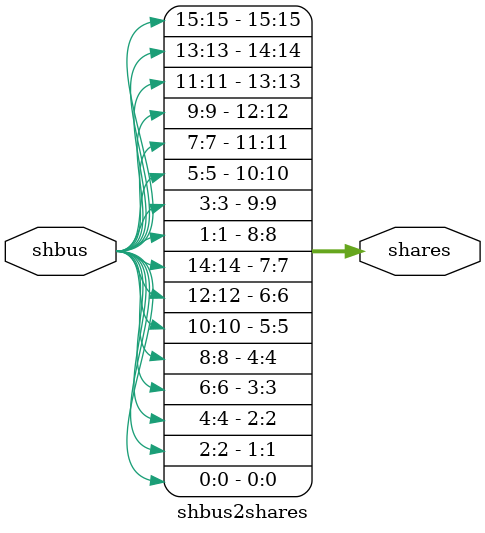
<source format=sv>

module shbus2shares
#
(
    parameter integer d = 2,
    parameter integer count = 8
)
(
    shbus,
    shares
);

// IOs
input [d*count-1:0] shbus;
output [d*count-1:0] shares;

genvar i,j;
generate
for(i=0;i<count;i=i+1) begin: gen_bit_wiring
    for(j=0;j<d;j=j+1) begin: gen_share_wiring
        assign shares[count*j + i] = shbus[d*i + j];
    end
end
endgenerate


endmodule

</source>
